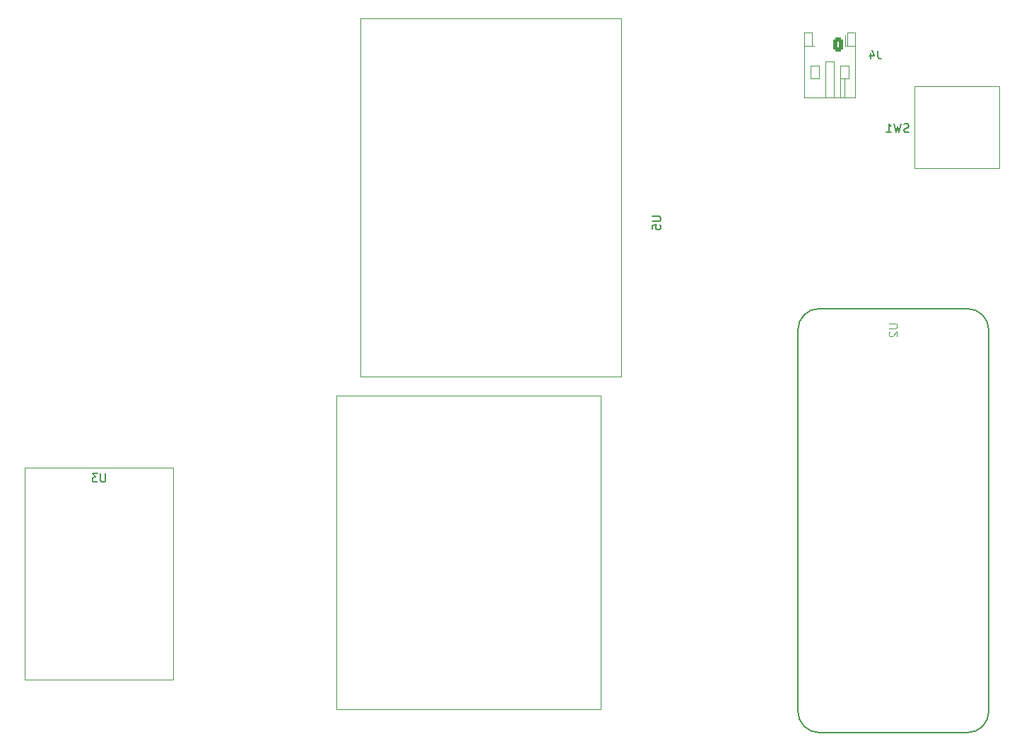
<source format=gbo>
%TF.GenerationSoftware,KiCad,Pcbnew,(6.0.2)*%
%TF.CreationDate,2022-03-08T23:09:40-05:00*%
%TF.ProjectId,st_pat,73745f70-6174-42e6-9b69-6361645f7063,rev?*%
%TF.SameCoordinates,Original*%
%TF.FileFunction,Legend,Bot*%
%TF.FilePolarity,Positive*%
%FSLAX46Y46*%
G04 Gerber Fmt 4.6, Leading zero omitted, Abs format (unit mm)*
G04 Created by KiCad (PCBNEW (6.0.2)) date 2022-03-08 23:09:40*
%MOMM*%
%LPD*%
G01*
G04 APERTURE LIST*
G04 Aperture macros list*
%AMRoundRect*
0 Rectangle with rounded corners*
0 $1 Rounding radius*
0 $2 $3 $4 $5 $6 $7 $8 $9 X,Y pos of 4 corners*
0 Add a 4 corners polygon primitive as box body*
4,1,4,$2,$3,$4,$5,$6,$7,$8,$9,$2,$3,0*
0 Add four circle primitives for the rounded corners*
1,1,$1+$1,$2,$3*
1,1,$1+$1,$4,$5*
1,1,$1+$1,$6,$7*
1,1,$1+$1,$8,$9*
0 Add four rect primitives between the rounded corners*
20,1,$1+$1,$2,$3,$4,$5,0*
20,1,$1+$1,$4,$5,$6,$7,0*
20,1,$1+$1,$6,$7,$8,$9,0*
20,1,$1+$1,$8,$9,$2,$3,0*%
G04 Aperture macros list end*
%ADD10C,0.150000*%
%ADD11C,0.015000*%
%ADD12C,0.120000*%
%ADD13C,0.127000*%
%ADD14C,2.000000*%
%ADD15C,3.200000*%
%ADD16C,1.530000*%
%ADD17C,4.400000*%
%ADD18C,1.524000*%
%ADD19C,4.500000*%
%ADD20RoundRect,0.250000X0.350000X0.625000X-0.350000X0.625000X-0.350000X-0.625000X0.350000X-0.625000X0*%
%ADD21O,1.200000X1.750000*%
%ADD22R,1.530000X1.530000*%
G04 APERTURE END LIST*
D10*
X195851333Y-74004761D02*
X195708476Y-74052380D01*
X195470380Y-74052380D01*
X195375142Y-74004761D01*
X195327523Y-73957142D01*
X195279904Y-73861904D01*
X195279904Y-73766666D01*
X195327523Y-73671428D01*
X195375142Y-73623809D01*
X195470380Y-73576190D01*
X195660857Y-73528571D01*
X195756095Y-73480952D01*
X195803714Y-73433333D01*
X195851333Y-73338095D01*
X195851333Y-73242857D01*
X195803714Y-73147619D01*
X195756095Y-73100000D01*
X195660857Y-73052380D01*
X195422761Y-73052380D01*
X195279904Y-73100000D01*
X194946571Y-73052380D02*
X194708476Y-74052380D01*
X194518000Y-73338095D01*
X194327523Y-74052380D01*
X194089428Y-73052380D01*
X193184666Y-74052380D02*
X193756095Y-74052380D01*
X193470380Y-74052380D02*
X193470380Y-73052380D01*
X193565619Y-73195238D01*
X193660857Y-73290476D01*
X193756095Y-73338095D01*
X165141380Y-84141095D02*
X165950904Y-84141095D01*
X166046142Y-84188714D01*
X166093761Y-84236333D01*
X166141380Y-84331571D01*
X166141380Y-84522047D01*
X166093761Y-84617285D01*
X166046142Y-84664904D01*
X165950904Y-84712523D01*
X165141380Y-84712523D01*
X165141380Y-85664904D02*
X165141380Y-85188714D01*
X165617571Y-85141095D01*
X165569952Y-85188714D01*
X165522333Y-85283952D01*
X165522333Y-85522047D01*
X165569952Y-85617285D01*
X165617571Y-85664904D01*
X165712809Y-85712523D01*
X165950904Y-85712523D01*
X166046142Y-85664904D01*
X166093761Y-85617285D01*
X166141380Y-85522047D01*
X166141380Y-85283952D01*
X166093761Y-85188714D01*
X166046142Y-85141095D01*
X192168333Y-64252380D02*
X192168333Y-64966666D01*
X192215952Y-65109523D01*
X192311190Y-65204761D01*
X192454047Y-65252380D01*
X192549285Y-65252380D01*
X191263571Y-64585714D02*
X191263571Y-65252380D01*
X191501666Y-64204761D02*
X191739761Y-64919047D01*
X191120714Y-64919047D01*
D11*
X193462380Y-96968095D02*
X194271904Y-96968095D01*
X194367142Y-97015714D01*
X194414761Y-97063333D01*
X194462380Y-97158571D01*
X194462380Y-97349047D01*
X194414761Y-97444285D01*
X194367142Y-97491904D01*
X194271904Y-97539523D01*
X193462380Y-97539523D01*
X193557619Y-97968095D02*
X193510000Y-98015714D01*
X193462380Y-98110952D01*
X193462380Y-98349047D01*
X193510000Y-98444285D01*
X193557619Y-98491904D01*
X193652857Y-98539523D01*
X193748095Y-98539523D01*
X193890952Y-98491904D01*
X194462380Y-97920476D01*
X194462380Y-98539523D01*
D10*
X99616904Y-114962380D02*
X99616904Y-115771904D01*
X99569285Y-115867142D01*
X99521666Y-115914761D01*
X99426428Y-115962380D01*
X99235952Y-115962380D01*
X99140714Y-115914761D01*
X99093095Y-115867142D01*
X99045476Y-115771904D01*
X99045476Y-114962380D01*
X98664523Y-114962380D02*
X98045476Y-114962380D01*
X98378809Y-115343333D01*
X98235952Y-115343333D01*
X98140714Y-115390952D01*
X98093095Y-115438571D01*
X98045476Y-115533809D01*
X98045476Y-115771904D01*
X98093095Y-115867142D01*
X98140714Y-115914761D01*
X98235952Y-115962380D01*
X98521666Y-115962380D01*
X98616904Y-115914761D01*
X98664523Y-115867142D01*
D12*
X196570000Y-78310000D02*
X196570000Y-68560000D01*
X206710000Y-68560000D02*
X196570000Y-68560000D01*
X196570000Y-78310000D02*
X206710000Y-78310000D01*
X206710000Y-78310000D02*
X206710000Y-68560000D01*
X158922000Y-143161000D02*
X127299000Y-143161000D01*
X127299000Y-143161000D02*
X127299000Y-105569000D01*
X127299000Y-105569000D02*
X158922000Y-105569000D01*
X158922000Y-105569000D02*
X158922000Y-143161000D01*
X161374000Y-103357000D02*
X130124000Y-103357000D01*
X130124000Y-103357000D02*
X130124000Y-60357000D01*
X130124000Y-60357000D02*
X161374000Y-60357000D01*
X161374000Y-60357000D02*
X161374000Y-103357000D01*
X184250000Y-63670000D02*
X184530000Y-63670000D01*
X183330000Y-69890000D02*
X183330000Y-62070000D01*
X189450000Y-63670000D02*
X188530000Y-63670000D01*
X186890000Y-65530000D02*
X185890000Y-65530000D01*
X189450000Y-69890000D02*
X183330000Y-69890000D01*
X187690000Y-67630000D02*
X187690000Y-69890000D01*
X183330000Y-62070000D02*
X184250000Y-62070000D01*
X188690000Y-66030000D02*
X188690000Y-67630000D01*
X185890000Y-65530000D02*
X185890000Y-69890000D01*
X184250000Y-62070000D02*
X184250000Y-63670000D01*
X187690000Y-67630000D02*
X187690000Y-66030000D01*
X188250000Y-63670000D02*
X188250000Y-62455000D01*
X188530000Y-62070000D02*
X189450000Y-62070000D01*
X185090000Y-67630000D02*
X185090000Y-66030000D01*
X188530000Y-63670000D02*
X188530000Y-62070000D01*
X188250000Y-63670000D02*
X188530000Y-63670000D01*
X186890000Y-69890000D02*
X186890000Y-65530000D01*
X189450000Y-62070000D02*
X189450000Y-69890000D01*
X188190000Y-67630000D02*
X188190000Y-69890000D01*
X184090000Y-67630000D02*
X185090000Y-67630000D01*
X188690000Y-67630000D02*
X187690000Y-67630000D01*
X183330000Y-63670000D02*
X184250000Y-63670000D01*
X184090000Y-66030000D02*
X184090000Y-67630000D01*
X185090000Y-66030000D02*
X184090000Y-66030000D01*
X187690000Y-66030000D02*
X188690000Y-66030000D01*
D13*
X182580000Y-97730000D02*
X182580000Y-143450000D01*
X185120000Y-145990000D02*
X202900000Y-145990000D01*
X205440000Y-143450000D02*
X205440000Y-97730000D01*
X202900000Y-95190000D02*
X185120000Y-95190000D01*
X202900000Y-145990000D02*
G75*
G03*
X205440000Y-143450000I-1J2540001D01*
G01*
X185120000Y-95190000D02*
G75*
G03*
X182580000Y-97730000I1J-2540001D01*
G01*
X205440000Y-97730000D02*
G75*
G03*
X202900000Y-95190000I-2540001J-1D01*
G01*
X182580000Y-143450000D02*
G75*
G03*
X185120000Y-145990000I2540001J1D01*
G01*
D12*
X107745000Y-114240000D02*
X89965000Y-114240000D01*
X89965000Y-139640000D02*
X107745000Y-139640000D01*
X107745000Y-139640000D02*
X107745000Y-114240000D01*
X89965000Y-114240000D02*
X89965000Y-139640000D01*
%LPC*%
D14*
X143464000Y-131362000D03*
X143464000Y-137862000D03*
X147964000Y-131362000D03*
X147964000Y-137862000D03*
X111714000Y-137862000D03*
X111714000Y-131362000D03*
X116214000Y-137862000D03*
X116214000Y-131362000D03*
D15*
X174960000Y-115510000D03*
X116540000Y-115510000D03*
X174960000Y-64710000D03*
X116540000Y-64710000D03*
D16*
X155910000Y-115510000D03*
X153370000Y-115510000D03*
X150830000Y-115510000D03*
X148290000Y-115510000D03*
X145750000Y-115510000D03*
X143210000Y-115510000D03*
X140670000Y-115510000D03*
X138130000Y-115510000D03*
X135590000Y-115510000D03*
D14*
X189744000Y-85066000D03*
X196244000Y-85066000D03*
X196244000Y-89566000D03*
X189744000Y-89566000D03*
D16*
X88600000Y-69949000D03*
X91140000Y-69949000D03*
X93680000Y-69949000D03*
X96220000Y-69949000D03*
X98760000Y-69949000D03*
X101300000Y-69949000D03*
X103840000Y-69949000D03*
X106380000Y-69949000D03*
X108920000Y-69949000D03*
D14*
X175214000Y-137862000D03*
X175214000Y-131362000D03*
X179714000Y-131362000D03*
X179714000Y-137862000D03*
D17*
X202900000Y-63440000D03*
X88600000Y-143450000D03*
X88600000Y-63440000D03*
D18*
X205440000Y-71060000D03*
X205440000Y-76140000D03*
X197820000Y-71060000D03*
X197820000Y-73600000D03*
X197820000Y-76140000D03*
X200360000Y-71060000D03*
X200360000Y-73600000D03*
X200360000Y-76140000D03*
D19*
X145750000Y-63440000D03*
X155874000Y-123857000D03*
X130220000Y-108490000D03*
X130220000Y-140240000D03*
X158250000Y-100240000D03*
X133250000Y-100240000D03*
D18*
X150370000Y-141145000D03*
X147830000Y-141145000D03*
X145290000Y-141145000D03*
X142750000Y-141145000D03*
X140210000Y-141145000D03*
X137670000Y-141145000D03*
D20*
X187390000Y-63530000D03*
D21*
X185390000Y-63530000D03*
D15*
X185120000Y-97730000D03*
X202900000Y-97730000D03*
X202900000Y-143450000D03*
X185120000Y-143450000D03*
D22*
X204170000Y-139640000D03*
D16*
X204170000Y-137100000D03*
X204170000Y-134560000D03*
X204170000Y-132020000D03*
X204170000Y-129480000D03*
X204170000Y-126940000D03*
X204170000Y-124400000D03*
X204170000Y-121860000D03*
X204170000Y-119320000D03*
X204170000Y-116780000D03*
X204170000Y-114240000D03*
X204170000Y-111700000D03*
X204170000Y-109160000D03*
X204170000Y-106620000D03*
X204170000Y-104080000D03*
X204170000Y-101540000D03*
D22*
X183850000Y-111700000D03*
D16*
X183850000Y-114240000D03*
X183850000Y-116780000D03*
X183850000Y-119320000D03*
X183850000Y-121860000D03*
X183850000Y-124400000D03*
X183850000Y-126940000D03*
X183850000Y-129480000D03*
X183850000Y-132020000D03*
X183850000Y-134560000D03*
X183850000Y-137100000D03*
X183850000Y-139640000D03*
X105205000Y-119320000D03*
X105205000Y-121860000D03*
X105205000Y-124400000D03*
X105205000Y-126940000D03*
X105205000Y-129480000D03*
X105205000Y-132020000D03*
X105205000Y-134560000D03*
M02*

</source>
